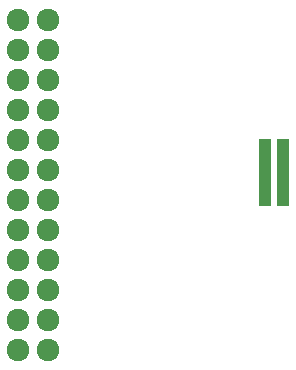
<source format=gbr>
G04 #@! TF.FileFunction,Soldermask,Bot*
%FSLAX46Y46*%
G04 Gerber Fmt 4.6, Leading zero omitted, Abs format (unit mm)*
G04 Created by KiCad (PCBNEW 4.0.4-stable) date 12/07/17 02:23:43*
%MOMM*%
%LPD*%
G01*
G04 APERTURE LIST*
%ADD10C,0.100000*%
%ADD11R,1.000000X0.630000*%
%ADD12C,1.924000*%
G04 APERTURE END LIST*
D10*
D11*
X158505000Y-90910000D03*
X158505000Y-91310000D03*
X158505000Y-91710000D03*
X158505000Y-92110000D03*
X158505000Y-92510000D03*
X158505000Y-92910000D03*
X158505000Y-93310000D03*
X158505000Y-93710000D03*
X158505000Y-94110000D03*
X158505000Y-94510000D03*
X158505000Y-94910000D03*
X158505000Y-95310000D03*
X158505000Y-95710000D03*
X158505000Y-96110000D03*
X159985000Y-96110000D03*
X159985000Y-95710000D03*
X159985000Y-95310000D03*
X159985000Y-94910000D03*
X159985000Y-94510000D03*
X159985000Y-94110000D03*
X159985000Y-93710000D03*
X159985000Y-93310000D03*
X159985000Y-92910000D03*
X159985000Y-92510000D03*
X159985000Y-92110000D03*
X159985000Y-91710000D03*
X159985000Y-91310000D03*
X159985000Y-90910000D03*
D12*
X137600000Y-80600000D03*
X137600000Y-83140000D03*
X137600000Y-85680000D03*
X137600000Y-88220000D03*
X137600000Y-90760000D03*
X137600000Y-93300000D03*
X137600000Y-95840000D03*
X137600000Y-98380000D03*
X137600000Y-100920000D03*
X137600000Y-103460000D03*
X137600000Y-106000000D03*
X137600000Y-108540000D03*
X140140000Y-108540000D03*
X140140000Y-106000000D03*
X140140000Y-103460000D03*
X140140000Y-100920000D03*
X140140000Y-98380000D03*
X140140000Y-95840000D03*
X140140000Y-93300000D03*
X140140000Y-90760000D03*
X140140000Y-88220000D03*
X140140000Y-85680000D03*
X140140000Y-83140000D03*
X140140000Y-80600000D03*
M02*

</source>
